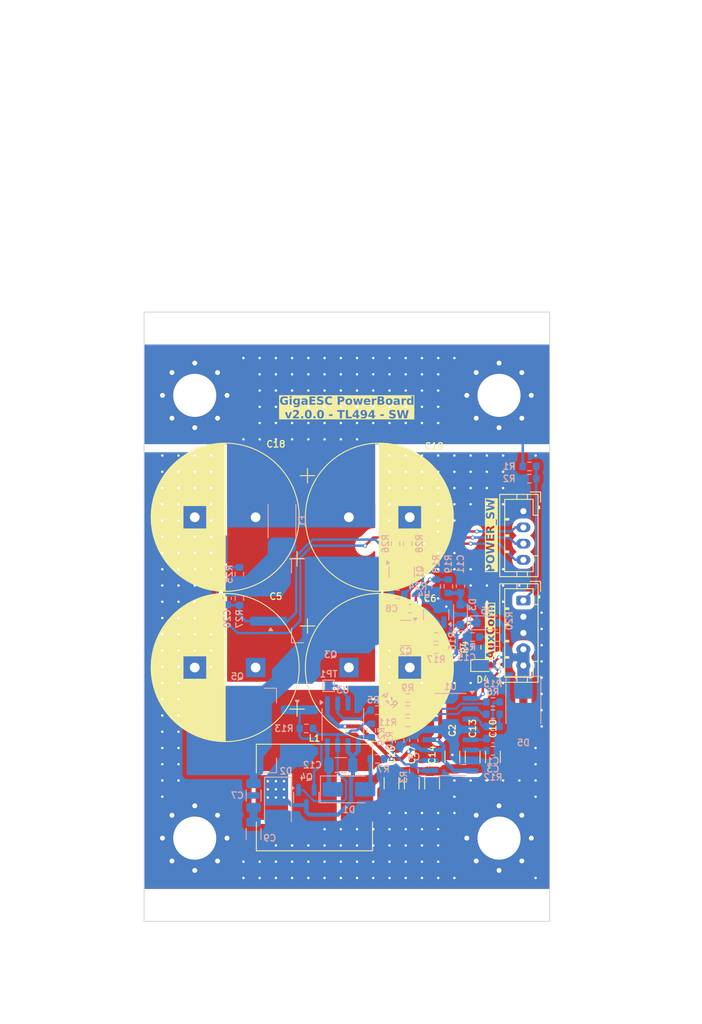
<source format=kicad_pcb>
(kicad_pcb (version 20240108) (generator "pcbnew") (generator_version "8.0")
  (title_block (comment 4 "AISLER Project ID: XWAALUFD"))
  (layers (0 "F.Cu" signal) (31 "B.Cu" signal) (34 "B.Paste" user) (35 "F.Paste" user) (36 "B.SilkS" user "B.Silkscreen") (37 "F.SilkS" user "F.Silkscreen") (38 "B.Mask" user) (39 "F.Mask" user) (44 "Edge.Cuts" user))
  (net 0 "")
  (net 1 "+BATT")
  (net 2 "-BATT")
  (net 3 "+12V")
  (net 4 "Net-(C7-Pad2)")
  (net 5 "IN_V")
  (net 6 "Net-(U1-E1)")
  (net 7 "Net-(U1-1IN-)")
  (net 8 "Net-(U3-IN)")
  (net 9 "Net-(U1-CT)")
  (net 10 "BOOTSTRAP")
  (net 11 "Net-(D1-K)")
  (net 12 "Net-(D1-A)")
  (net 13 "Net-(D2-K)")
  (net 14 "Net-(U1-FB)")
  (net 15 "Net-(Q2-G)")
  (net 16 "Net-(Q2-S)")
  (net 17 "Net-(D4-K)")
  (net 18 "Net-(U1-2IN+)")
  (net 19 "Net-(U1-RT)")
  (net 20 "Net-(R10-Pad1)")
  (net 21 "Net-(U1-REF)")
  (net 22 "Net-(U1-2IN-)")
  (net 23 "VFB")
  (net 24 "Net-(U3-FAULT)")
  (net 25 "Net-(D3-K)")
  (net 26 "Net-(U4-R)")
  (net 27 "Net-(C1-Pad1)")
  (net 28 "+VSW")
  (net 29 "Net-(Q3-S)")
  (net 30 "Net-(Q1-C)")
  (net 31 "Net-(J2-Pin_2)")
  (net 32 "Net-(J2-Pin_3)")
  (net 33 "Net-(J2-Pin_4)")
  (net 34 "Net-(Q1-E)")
  (net 35 "Net-(Q4-B)")
  (net 36 "Net-(Q4-E)")
  (footprint "MountingHole:MountingHole_5.3mm_M5_Pad_Via" (layer "F.Cu") (at 93.75 139.75)
    (property "Reference" "H3" (hide yes))
    (property "Value" "MountingHole_Pad")
  )
  (footprint "Capacitor_THT:CP_Radial_D18.0mm_P7.50mm" (layer "F.Cu") (at 63.75 118.75 180)
    (property "Reference" "C5")
    (property "Value" "330u 200V")
  )
  (footprint "Connector_JST:JST_PH_B5B-PH-K_1x05_P2.00mm_Vertical" (layer "F.Cu") (at 96.75 110.5 -90)
    (property "Reference" "J1" (hide yes))
    (property "Value" "AuxConn")
  )
  (footprint "Capacitor_THT:CP_Radial_D18.0mm_P7.50mm" (layer "F.Cu") (at 75.25 118.75)
    (property "Reference" "C6")
    (property "Value" "330u 200V")
  )
  (footprint "Inductor_SMD:L_Chilisin_BMRG00131360" (layer "F.Cu") (at 71 134.75)
    (property "Reference" "L1")
    (property "Value" "100uH")
  )
  (footprint "MountingHole:MountingHole_5.3mm_M5_Pad_Via" (layer "F.Cu") (at 56.25 85.25)
    (property "Reference" "H2" (hide yes))
    (property "Value" "MountingHole_Pad")
  )
  (footprint "Capacitor_SMD:C_1206_3216Metric" (layer "F.Cu") (at 85.5 133 -90)
    (property "Reference" "C14")
    (property "Value" "22u")
  )
  (footprint "Resistor_SMD:R_0603_1608Metric" (layer "F.Cu") (at 91 116.25 -90)
    (property "Reference" "R4")
    (property "Value" "82k")
  )
  (footprint "Connector_JST:JST_PH_B4B-PH-K_1x04_P2.00mm_Vertical" (layer "F.Cu") (at 96.75 99.5 -90)
    (property "Reference" "J2" (hide yes))
    (property "Value" "POWER_SW")
  )
  (footprint "Capacitor_SMD:C_1206_3216Metric" (layer "F.Cu") (at 93 129.75 90)
    (property "Reference" "C10")
    (property "Value" "22u")
  )
  (footprint "Capacitor_SMD:C_1206_3216Metric" (layer "F.Cu") (at 88 129.75 90)
    (property "Reference" "C2")
    (property "Value" "22u")
  )
  (footprint "MountingHole:MountingHole_5.3mm_M5_Pad_Via" (layer "F.Cu") (at 93.75 85.25)
    (property "Reference" "H4" (hide yes))
    (property "Value" "MountingHole_Pad")
  )
  (footprint "Diode_SMD:D_0603_1608Metric" (layer "F.Cu") (at 91.75 118.5)
    (property "Reference" "D4")
    (property "Value" "RUN")
  )
  (footprint "Capacitor_SMD:C_1206_3216Metric" (layer "F.Cu") (at 83 133 -90)
    (property "Reference" "C17")
    (property "Value" "22u")
  )
  (footprint "Capacitor_SMD:C_1206_3216Metric" (layer "F.Cu") (at 80.5 133 -90)
    (property "Reference" "C16")
    (property "Value" "22u")
  )
  (footprint "Capacitor_THT:CP_Radial_D18.0mm_P7.50mm" (layer "F.Cu") (at 75.25 100.25)
    (property "Reference" "C19")
    (property "Value" "330u 200V")
  )
  (footprint "Capacitor_THT:CP_Radial_D18.0mm_P7.50mm" (layer "F.Cu") (at 63.75 100.25 180)
    (property "Reference" "C18")
    (property "Value" "330u 200V")
  )
  (footprint "Capacitor_SMD:C_1206_3216Metric" (layer "F.Cu") (at 90.5 129.75 90)
    (property "Reference" "C13")
    (property "Value" "22u")
  )
  (footprint "MountingHole:MountingHole_5.3mm_M5_Pad_Via" (layer "F.Cu") (at 56.25 139.75)
    (property "Reference" "H1" (hide yes))
    (property "Value" "MountingHole_Pad")
  )
  (footprint "Package_TO_SOT_SMD:SOT-23" (layer "B.Cu") (at 86 112.25 90)
    (property "Reference" "U4")
    (property "Value" "TL431")
  )
  (footprint "Resistor_SMD:R_0603_1608Metric" (layer "B.Cu") (at 82.5 124 180)
    (property "Reference" "R14")
    (property "Value" "200k")
  )
  (footprint "Resistor_SMD:R_0603_1608Metric" (layer "B.Cu") (at 61.75 110.25 -90)
    (property "Reference" "R27")
    (property "Value" "100k")
  )
  (footprint "Package_TO_SOT_SMD:SOT-23" (layer "B.Cu") (at 70 134.75 -90)
    (property "Reference" "Q4")
    (property "Value" "S9012 2T1")
  )
  (footprint "Resistor_SMD:R_0603_1608Metric" (layer "B.Cu") (at 86 108.75 90)
    (property "Reference" "R18")
    (property "Value" "10k")
  )
  (footprint "Resistor_SMD:R_0603_1608Metric" (layer "B.Cu") (at 82.5 122.5)
    (property "Reference" "R9")
    (property "Value" "100")
  )
  (footprint "Resistor_SMD:R_0603_1608Metric" (layer "B.Cu") (at 93.5 115)
    (property "Reference" "R20")
    (property "Value" "10k")
  )
  (footprint "Capacitor_SMD:C_1206_3216Metric" (layer "B.Cu") (at 63.5 139.25 -90)
    (property "Reference" "C9")
    (property "Value" "2.2u 100V")
  )
  (footprint "TestPoint:TestPoint_Pad_1.0x1.0mm" (layer "B.Cu") (at 72.75 121 180)
    (property "Reference" "TP1")
    (property "Value" "TestPoint" (hide yes))
  )
  (footprint "Resistor_SMD:R_0603_1608Metric" (layer "B.Cu") (at 86 116.5 180)
    (property "Reference" "R17")
    (property "Value" "100")
  )
  (footprint "Resistor_SMD:R_0603_1608Metric" (layer "B.Cu") (at 93 123 180)
    (property "Reference" "R15")
    (property "Value" "10k")
  )
  (footprint "Capacitor_SMD:C_1206_3216Metric" (layer "B.Cu") (at 63.5 134.5 -90)
    (property "Reference" "C7")
    (property "Value" "2.2u 100V")
  )
  (footprint "Package_SO:SO-8_3.9x4.9mm_P1.27mm" (layer "B.Cu") (at 74.5 125.75 -90)
    (property "Reference" "U3")
    (property "Value" "IRS21271")
  )
  (footprint "Resistor_SMD:R_0603_1608Metric" (layer "B.Cu") (at 81.5 127.75 -90)
    (property "Reference" "R10")
    (property "Value" "5.1k")
  )
  (footprint "Resistor_SMD:R_0603_1608Metric" (layer "B.Cu") (at 93 124.5)
    (property "Reference" "R6")
    (property "Value" "2k")
  )
  (footprint "Package_TO_SOT_SMD:SOT-23" (layer "B.Cu") (at 81.75 107 -90)
    (property "Reference" "Q1")
    (property "Value" "MMBTA42")
  )
  (footprint "Diode_SMD:D_SOD-323_HandSoldering" (layer "B.Cu") (at 89 112.25 90)
    (property "Reference" "D3")
    (property "Value" "BZT52C5V1S")
  )
  (footprint "Resistor_SMD:R_0603_1608Metric" (layer "B.Cu") (at 82.5 125.5 180)
    (property "Reference" "R11")
    (property "Value" "5.1k")
  )
  (footprint "Diode_SMD:D_SOD-323_HandSoldering" (layer "B.Cu") (at 92.25 113.25)
    (property "Reference" "D6")
    (property "Value" "1N5819WS")
  )
  (footprint "Resistor_SMD:R_0603_1608Metric" (layer "B.Cu") (at 70 126.25 180)
    (property "Reference" "R13")
    (property "Value" "22")
  )
  (footprint "Capacitor_SMD:C_0603_1608Metric" (layer "B.Cu") (at 93 127.5)
    (property "Reference" "C3")
    (property "Value" "1n")
  )
  (footprint "Resistor_SMD:R_0603_1608Metric" (layer "B.Cu") (at 97.5 94)
    (property "Reference" "R1")
    (property "Value" "150k")
  )
  (footprint "Resistor_SMD:R_0603_1608Metric" (layer "B.Cu") (at 97.5 95.5 180)
    (property "Reference" "R2")
    (property "Value" "2.7k")
  )
  (footprint "Resistor_SMD:R_0603_1608Metric" (layer "B.Cu") (at 93 129)
    (property "Reference" "R12")
    (property "Value" "5.1k")
  )
  (footprint "Resistor_SMD:R_0603_1608Metric" (layer "B.Cu") (at 81.25 109.75 180)
    (property "Reference" "R24")
    (property "Value" "100k")
  )
  (footprint "Capacitor_SMD:C_1210_3225Metric" (layer "B.Cu") (at 93.25 117.5 180)
    (property "Reference" "C15")
    (property "Value" "47u 16V")
  )
  (footprint "Resistor_SMD:R_0603_1608Metric" (layer "B.Cu") (at 78.75 124)
    (property "Reference" "R5")
    (property "Value" "100")
  )
  (footprint "Resistor_SMD:R_0603_1608Metric" (layer "B.Cu") (at 61.75 107.25 90)
    (property "Reference" "R25")
    (property "Value" "200k")
  )
  (footprint "Package_TO_SOT_SMD:TO-263-2" (layer "B.Cu") (at 73 110.5)
    (property "Reference" "Q3")
    (property "Value" "IRF9640SPBF")
  )
  (footprint "Diode_SMD:D_SMA" (layer "B.Cu") (at 75.25 133.75)
    (property "Reference" "D1")
    (property "Value" "SS520F")
  )
  (footprint "Resistor_SMD:R_0603_1608Metric" (layer "B.Cu") (at 90.5 115)
    (property "Reference" "R21")
    (property "Value" "2.7k")
  )
  (footprint "Resistor_SMD:R_0603_1608Metric" (layer "B.Cu") (at 86 115 180)
    (property "Reference" "R16")
    (property "Value" "10k")
  )
  (footprint "Capacitor_SMD:C_0603_1608Metric" (layer "B.Cu") (at 83.25 127.75 90)
    (property "Reference" "C4")
    (property "Value" "100n")
  )
  (footprint "Capacitor_SMD:C_0603_1608Metric" (layer "B.Cu") (at 60.25 110.25 -90)
    (property "Reference" "C20")
    (property "Value" "100n")
  )
  (footprint "Package_TO_SOT_SMD:SOT-23" (layer "B.Cu") (at 82.25 114.5 180)
    (property "Reference" "Q2")
    (property "Value" "BSS126")
  )
  (footprint "Resistor_SMD:R_0603_1608Metric" (layer "B.Cu") (at 82.5 103.5 90)
    (property "Reference" "R28")
    (property "Value" "27k")
  )
  (footprint "Resistor_SMD:R_0603_1608Metric" (layer "B.Cu") (at 78.75 130 180)
    (property "Reference" "R7")
    (property "Value" "22")
  )
  (footprint "Resistor_SMD:R_0603_1608Metric" (layer "B.Cu") (at 87.5 108.75 -90)
    (property "Reference" "R19")
    (property "Value" "30k")
  )
  (footprint "Resistor_SMD:R_0603_1608Metric" (layer "B.Cu") (at 78 126.5 90)
    (property "Reference" "R29")
    (property "Value" "1k")
  )
  (footprint "Diode_SMD:D_SMB" (layer "B.Cu") (at 96.75 123.5 -90)
    (property "Reference" "D5")
    (property "Value" "3SMB5928B")
  )
  (footprint "Package_TO_SOT_SMD:TO-263-2" (layer "B.Cu") (at 61.5 126.5 180)
    (property "Reference" "Q5")
    (property "Value" "IRFS4227TRLPBF")
  )
  (footprint "Fuse:Fuse_2512_6332Metric_Pad1.52x3.35mm_HandSolder" (layer "B.Cu") (at 67 100.75 -90)
    (property "Reference" "F1")
    (property "Value" "Fuse")
  )
  (footprint "Capacitor_SMD:C_1206_3216Metric" (layer "B.Cu") (at 74.25 130.75)
    (property "Reference" "C12")
    (property "Value" "220n")
  )
  (footprint "Resistor_SMD:R_0603_1608Metric" (layer "B.Cu") (at 81 103.5 90)
    (property "Reference" "R26")
    (property "Value" "20k")
  )
  (footprint "Package_SO:SOIC-16_3.9x9.9mm_P1.27mm" (layer "B.Cu") (at 87.75 127 180)
    (property "Reference" "U1")
    (property "Value" "TL494")
  )
  (footprint "Diode_SMD:D_SMA" (layer "B.Cu") (at 66.5 135.75 -90)
    (property "Reference" "D2")
    (property "Value" "SS520F")
  )
  (footprint "Resistor_SMD:R_0603_1608Metric" (layer "B.Cu") (at 83.25 131.5 -90)
    (property "Reference" "R3")
    (property "Value" "10k")
  )
  (footprint "Capacitor_SMD:C_0603_1608Metric" (layer "B.Cu") (at 93 126 180)
    (property "Reference" "C1")
    (property "Value" "100n")
  )
  (footprint "Capacitor_SMD:C_0603_1608Metric" (layer "B.Cu") (at 82.75 111.5)
    (property "Reference" "C8")
    (property "Value" "1n")
  )
  (footprint "Capacitor_SMD:C_0603_1608Metric" (layer "B.Cu") (at 89 108.75 90)
    (property "Reference" "C11")
    (property "Value" "1u")
  )
  (gr_rect (start 50 75) (end 100 150) (stroke (width 0.1)) (fill none) (layer "Edge.Cuts"))
  (gr_text "GigaESC PowerBoard\nv2.0.0 - TL494 - SW" (at 75 88.25 0) (layer "F.SilkS" knockout) (effects (font (size 1 1) (thickness 0.2) (bold yes)) (justify bottom)))
  (via (at 64.25 90.655) (size 0.5) (drill 0.3) (layers "F.Cu" "B.Cu") (net 1))
  (via (at 70.25 84.655) (size 0.5) (drill 0.3) (layers "F.Cu" "B.Cu") (net 1))
  (via (at 86.25 88.655) (size 0.5) (drill 0.3) (layers "F.Cu" "B.Cu") (net 1))
  (via (at 64.25 80.655) (size 0.5) (drill 0.3) (layers "F.Cu" "B.Cu") (net 1))
  (via (at 88.25 80.655) (size 0.5) (drill 0.3) (layers "F.Cu" "B.Cu") (net 1))
  (via (at 84.25 88.655) (size 0.5) (drill 0.3) (layers "F.Cu" "B.Cu") (net 1))
  (via (at 68.25 82.655) (size 0.5) (drill 0.3) (layers "F.Cu" "B.Cu") (net 1))
  (via (at 68.25 88.655) (size 0.5) (drill 0.3) (layers "F.Cu" "B.Cu") (net 1))
  (via (at 74.25 82.655) (size 0.5) (drill 0.3) (layers "F.Cu" "B.Cu") (net 1))
  (via (at 78.25 86.655) (size 0.5) (drill 0.3) (layers "F.Cu" "B.Cu") (net 1))
  (via (at 70.25 86.655) (size 0.5) (drill 0.3) (layers "F.Cu" "B.Cu") (net 1))
  (via (at 78.25 84.655) (size 0.5) (drill 0.3) (layers "F.Cu" "B.Cu") (net 1))
  (via (at 86.25 82.655) (size 0.5) (drill 0.3) (layers "F.Cu" "B.Cu") (net 1))
  (via (at 76.25 88.655) (size 0.5) (drill 0.3) (layers "F.Cu" "B.Cu") (net 1))
  (via (at 76.25 86.655) (size 0.5) (drill 0.3) (layers "F.Cu" "B.Cu") (net 1))
  (via (at 70.25 80.655) (size 0.5) (drill 0.3) (layers "F.Cu" "B.Cu") (net 1))
  (via (at 66.25 84.655) (size 0.5) (drill 0.3) (layers "F.Cu" "B.Cu") (net 1))
  (via (at 72.25 80.655) (size 0.5) (drill 0.3) (layers "F.Cu" "B.Cu") (net 1))
  (via (at 74.25 88.655) (size 0.5) (drill 0.3) (layers "F.Cu" "B.Cu") (net 1))
  (via (at 66.25 80.655) (size 0.5) (drill 0.3) (layers "F.Cu" "B.Cu") (net 1))
  (via (at 76.25 82.655) (size 0.5) (drill 0.3) (layers "F.Cu" "B.Cu") (net 1))
  (via (at 76.25 84.655) (size 0.5) (drill 0.3) (layers "F.Cu" "B.Cu") (net 1))
  (via (at 72.25 88.655) (size 0.5) (drill 0.3) (layers "F.Cu" "B.Cu") (net 1))
  (via (at 70.25 82.655) (size 0.5) (drill 0.3) (layers "F.Cu" "B.Cu") (net 1))
  (via (at 84.25 80.655) (size 0.5) (drill 0.3) (layers "F.Cu" "B.Cu") (net 1))
  (via (at 82.25 84.655) (size 0.5) (drill 0.3) (layers "F.Cu" "B.Cu") (net 1))
  (via (at 66.25 86.655) (size 0.5) (drill 0.3) (layers "F.Cu" "B.Cu") (net 1))
  (via (at 62.25 90.655) (size 0.5) (drill 0.3) (layers "F.Cu" "B.Cu") (net 1))
  (via (at 64.25 84.655) (size 0.5) (drill 0.3) (layers "F.Cu" "B.Cu") (net 1))
  (via (at 82.25 80.655) (size 0.5) (drill 0.3) (layers "F.Cu" "B.Cu") (net 1))
  (via (at 86.25 86.655) (size 0.5) (drill 0.3) (layers "F.Cu" "B.Cu") (net 1))
  (via (at 70.25 88.655) (size 0.5) (drill 0.3) (layers "F.Cu" "B.Cu") (net 1))
  (via (at 74.25 86.655) (size 0.5) (drill 0.3) (layers "F.Cu" "B.Cu") (net 1))
  (via (at 68.25 90.655) (size 0.5) (drill 0.3) (layers "F.Cu" "B.Cu") (net 1))
  (via (at 78.25 88.655) (size 0.5) (drill 0.3) (layers "F.Cu" "B.Cu") (net 1))
  (via (at 72.25 86.655) (size 0.5) (drill 0.3) (layers "F.Cu" "B.Cu") (net 1))
  (via (at 72.25 90.655) (size 0.5) (drill 0.3) (layers "F.Cu" "B.Cu") (net 1))
  (via (at 84.25 86.655) (size 0.5) (drill 0.3) (layers "F.Cu" "B.Cu") (net 1))
  (via (at 80.25 88.655) (size 0.5) (drill 0.3) (layers "F.Cu" "B.Cu") (net 1))
  (via (at 74.25 90.655) (size 0.5) (drill 0.3) (layers "F.Cu" "B.Cu") (net 1))
  (via (at 68.25 86.655) (size 0.5) (drill 0.3) (layers "F.Cu" "B.Cu") (net 1))
  (via (at 84.25 84.655) (size 0.5) (drill 0.3) (layers "F.Cu" "B.Cu") (net 1))
  (via (at 68.25 80.655) (size 0.5) (drill 0.3) (layers "F.Cu" "B.Cu") (net 1))
  (via (at 72.25 82.655) (size 0.5) (drill 0.3) (layers "F.Cu" "B.Cu") (net 1))
  (via (at 74.25 80.655) (size 0.5) (drill 0.3) (layers "F.Cu" "B.Cu") (net 1))
  (via (at 70.25 90.655) (size 0.5) (drill 0.3) (layers "F.Cu" "B.Cu") (net 1))
  (via (at 64.25 82.655) (size 0.5) (drill 0.3) (layers "F.Cu" "B.Cu") (net 1))
  (via (at 80.25 84.655) (size 0.5) (drill 0.3) (layers "F.Cu" "B.Cu") (net 1))
  (via (at 78.25 82.655) (size 0.5) (drill 0.3) (layers "F.Cu" "B.Cu") (net 1))
  (via (at 86.25 80.655) (size 0.5) (drill 0.3) (layers "F.Cu" "B.Cu") (net 1))
  (via (at 82.25 86.655) (size 0.5) (drill 0.3) (layers "F.Cu" "B.Cu") (net 1))
  (via (at 74.25 84.655) (size 0.5) (drill 0.3) (layers "F.Cu" "B.Cu") (net 1))
  (via (at 80.25 80.655) (size 0.5) (drill 0.3) (layers "F.Cu" "B.Cu") (net 1))
  (via (at 64.25 88.655) (size 0.5) (drill 0.3) (layers "F.Cu" "B.Cu") (net 1))
  (via (at 80.25 82.655) (size 0.5) (drill 0.3) (layers "F.Cu" "B.Cu") (net 1))
  (via (at 82.25 82.655) (size 0.5) (drill 0.3) (layers "F.Cu" "B.Cu") (net 1))
  (via (at 66.25 88.655) (size 0.5) (drill 0.3) (layers "F.Cu" "B.Cu") (net 1))
  (via (at 86.25 84.655) (size 0.5) (drill 0.3) (layers "F.Cu" "B.Cu") (net 1))
  (via (at 64.25 86.655) (size 0.5) (drill 0.3) (layers "F.Cu" "B.Cu") (net 1))
  (via (at 68.25 84.655) (size 0.5) (drill 0.3) (layers "F.Cu" "B.Cu") (net 1))
  (via (at 66.25 90.655) (size 0.5) (drill 0.3) (layers "F.Cu" "B.Cu") (net 1))
  (via (at 62.25 80.655) (size 0.5) (drill 0.3) (layers "F.Cu" "B.Cu") (net 1))
  (via (at 66.25 82.655) (size 0.5) (drill 0.3) (layers "F.Cu" "B.Cu") (net 1))
  (via (at 84.25 82.655) (size 0.5) (drill 0.3) (layers "F.Cu" "B.Cu") (net 1))
  (via (at 72.25 84.655) (size 0.5) (drill 0.3) (layers "F.Cu" "B.Cu") (net 1))
  (via (at 76.25 80.655) (size 0.5) (drill 0.3) (layers "F.Cu" "B.Cu") (net 1))
  (via (at 82.25 88.655) (size 0.5) (drill 0.3) (layers "F.Cu" "B.Cu") (net 1))
  (via (at 80.25 86.655) (size 0.5) (drill 0.3) (layers "F.Cu" "B.Cu") (net 1))
  (via (at 78.25 80.655) (size 0.5) (drill 0.3) (layers "F.Cu" "B.Cu") (net 1))
  (via (at 76.25 90.655) (size 0.5) (drill 0.3) (layers "F.Cu" "B.Cu") (net 1))
  (segment (start 96.675 90.675) (end 96.5 90.5) (width 0.3) (layer "B.Cu") (net 1))
  (segment (start 96.675 94) (end 96.675 90.675) (width 0.3) (layer "B.Cu") (net 1))
  (via (at 54.25 94.655) (size 0.5) (drill 0.3) (layers "F.Cu" "B.Cu") (net 2))
  (via (at 82.25 144.655) (size 0.5) (drill 0.3) (layers "F.Cu" "B.Cu") (net 2))
  (via (at 80.25 122.655) (size 0.5) (drill 0.3) (layers "F.Cu" "B.Cu") (net 2))
  (via (at 80.25 92.655) (size 0.5) (drill 0.3) (layers "F.Cu" "B.Cu") (net 2))
  (via (at 72.25 144.655) (size 0.5) (drill 0.3) (layers "F.Cu" "B.Cu") (net 2))
  (via (at 66.25 144.655) (size 0.5) (drill 0.3) (layers "F.Cu" "B.Cu") (net 2))
  (via (at 52.25 94.655) (size 0.5) (drill 0.3) (layers "F.Cu" "B.Cu") (net 2))
  (via (at 54.25 106.655) (size 0.5) (drill 0.3) (layers "F.Cu" "B.Cu") (net 2))
  (via (at 56.25 112.655) (size 0.5) (drill 0.3) (layers "F.Cu" "B.Cu") (net 2))
  (via (at 90.25 108.655) (size 0.5) (drill 0.3) (layers "F.Cu" "B.Cu") (net 2))
  (via (at 84.25 92.655) (size 0.5) (drill 0.3) (layers "F.Cu" "B.Cu") (net 2))
  (via (at 52.25 96.655) (size 0.5) (drill 0.3) (layers "F.Cu" "B.Cu") (net 2))
  (via (at 52.25 100.655) (size 0.5) (drill 0.3) (layers "F.Cu" "B.Cu") (net 2))
  (via (at 78.25 142.655) (size 0.5) (drill 0.3) (layers "F.Cu" "B.Cu") (net 2))
  (via (at 56.25 108.655) (size 0.5) (drill 0.3) (layers "F.Cu" "B.Cu") (net 2))
  (via (at 94.25 132.655) (size 0.5) (drill 0.3) (layers "F.Cu" "B.Cu") (net 2))
  (via (at 84.75 110.5) (size 0.5) (drill 0.3) (layers "F.Cu" "B.Cu") (net 2))
  (via (at 90.25 96.655) (size 0.5) (drill 0.3) (layers "F.Cu" "B.Cu") (net 2))
  (via (at 62.25 144.655) (size 0.5) (drill 0.3) (layers "F.Cu" "B.Cu") (net 2))
  (via (at 90.25 120.655) (size 0.5) (drill 0.3) (layers "F.Cu" "B.Cu") (net 2))
  (via (at 87.25 111.25) (size 0.5) (drill 0.3) (layers "F.Cu" "B.Cu") (net 2))
  (via (at 54.25 126.655) (size 0.5) (drill 0.3) (layers "F.Cu" "B.Cu") (net 2))
  (via (at 68.25 144.655) (size 0.5) (drill 0.3) (layers "F.Cu" "B.Cu") (net 2))
  (via (at 56.25 92.655) (size 0.5) (drill 0.3) (layers "F.Cu" "B.Cu") (net 2))
  (via (at 56.25 106.655) (size 0.5) (drill 0.3) (layers "F.Cu" "B.Cu") (net 2))
  (via (at 76.25 138.655) (size 0.5) (drill 0.3) (layers "F.Cu" "B.Cu") (net 2))
  (via (at 82.25 140.655) (size 0.5) (drill 0.3) (layers "F.Cu" "B.Cu") (net 2))
  (via (at 78.25 122.655) (size 0.5) (drill 0.3) (layers "F.Cu" "B.Cu") (net 2))
  (via (at 80.25 120.655) (size 0.5) (drill 0.3) (layers "F.Cu" "B.Cu") (net 2))
  (via (at 82.25 94.655) (size 0.5) (drill 0.3) (layers "F.Cu" "B.Cu") (net 2))
  (via (at 94.25 108.655) (size 0.5) (drill 0.3) (layers "F.Cu" "B.Cu") (net 2))
  (via (at 86.25 138.655) (size 0.5) (drill 0.3) (layers "F.Cu" "B.Cu") (net 2))
  (via (at 72.25 140.655) (size 0.5) (drill 0.3) (layers "F.Cu" "B.Cu") (net 2))
  (via (at 56.25 110.655) (size 0.5) (drill 0.3) (layers "F.Cu" "B.Cu") (net 2))
  (via (at 90.25 132.655) (size 0.5) (drill 0.3) (layers "F.Cu" "B.Cu") (net 2))
  (via (at 82.25 116.655) (size 0.5) (drill 0.3) (layers "F.Cu" "B.Cu") (net 2))
  (via (at 96.25 132.655) (size 0.5) (drill 0.3) (layers "F.Cu" "B.Cu") (net 2))
  (via (at 64.25 142.655) (size 0.5) (drill 0.3) (layers "F.Cu" "B.Cu") (net 2))
  (via (at 70.25 142.655) (size 0.5) (drill 0.3) (layers "F.Cu" "B.Cu") (net 2))
  (via (at 78.25 140.655) (size 0.5) (drill 0.3) (layers "F.Cu" "B.Cu") (net 2))
  (via (at 54.25 96.655) (size 0.5) (drill 0.3) (layers "F.Cu" "B.Cu") (net 2))
  (via (at 88.25 104.655) (size 0.5) (drill 0.3) (layers "F.Cu" "B.Cu") (net 2))
  (via (at 92.25 110.655) (size 0.5) (drill 0.3) (layers "F.Cu" "B.Cu") (net 2))
  (via (at 52.25 120.655) (size 0.5) (drill 0.3) (layers "F.Cu" "B.Cu") (net 2))
  (via (at 86.25 136.655) (size 0.5) (drill 0.3) (layers "F.Cu" "B.Cu") (net 2))
  (via (at 54.25 122.655) (size 0.5) (drill 0.3) (layers "F.Cu" "B.Cu") (net 2))
  (via (at 58.25 98.655) (size 0.5) (drill 0.3) (layers "F.Cu" "B.Cu") (net 2))
  (via (at 58.25 94.655) (size 0.5) (drill 0.3) (layers "F.Cu" "B.Cu") (net 2))
  (via (at 80.25 118.655) (size 0.5) (drill 0.3) (layers "F.Cu" "B.Cu") (net 2))
  (via (at 74.25 144.655) (size 0.5) (drill 0.3) (layers "F.Cu" "B.Cu") (net 2))
  (via (at 98.25 144.655) (size 0.5) (drill 0.3) (layers "F.Cu" "B.Cu") (net 2))
  (via (at 99 120) (size 0.5) (drill 0.3) (layers "F.Cu" "B.Cu") (net 2))
  (via (at 58.25 104.655) (size 0.5) (drill 0.3) (layers "F.Cu" "B.Cu") (net 2))
  (via (at 68.25 142.655) (size 0.5) (drill 0.3) (layers "F.Cu" "B.Cu") (net 2))
  (via (at 80.25 140.655) (size 0.5) (drill 0.3) (layers "F.Cu" "B.Cu") (net 2))
  (via (at 54.25 114.655) (size 0.5) (drill 0.3) (layers "F.Cu" "B.Cu") (net 2))
  (via (at 92.25 98.655) (size 0.5) (drill 0.3) (layers "F.Cu" "B.Cu") (net 2))
  (via (at 76.25 144.655) (size 0.5) (drill 0.3) (layers "F.Cu" "B.Cu") (net 2))
  (via (at 76.25 142.655) (size 0.5) (drill 0.3) (layers "F.Cu" "B.Cu") (net 2))
  (via (at 54.25 100.655) (size 0.5) (drill 0.3) (layers "F.Cu" "B.Cu") (net 2))
  (via (at 54.25 130.655) (size 0.5) (drill 0.3) (layers "F.Cu" "B.Cu") (net 2))
  (via (at 99 112) (size 0.5) (drill 0.3) (layers "F.Cu" "B.Cu") (net 2))
  (via (at 86.25 144.655) (size 0.5) (drill 0.3) (layers "F.Cu" "B.Cu") (net 2))
  (via (at 80.25 98.655) (size 0.5) (drill 0.3) (layers "F.Cu" "B.Cu") (net 2))
  (via (at 84.25 140.655) (size 0.5) (drill 0.3) (layers "F.Cu" "B.Cu") (net 2))
  (via (at 82.25 138.655) (size 0.5) (drill 0.3) (layers "F.Cu" "B.Cu") (net 2))
  (via (at 80.25 138.655) (size 0.5) (drill 0.3) (layers "F.Cu" "B.Cu") (net 2))
  (via (at 92.25 94.655) (size 0.5) (drill 0.3) (layers "F.Cu" "B.Cu") (net 2))
  (via (at 84.25 96.655) (size 0.5) (drill 0.3) (layers "F.Cu" "B.Cu") (net 2))
  (via (at 80.25 96.655) (size 0.5) (drill 0.3) (layers "F.Cu" "B.Cu") (net 2))
  (via (at 99 114) (size 0.5) (drill 0.3) (layers "F.Cu" "B.Cu") (net 2))
  (via (at 80.25 142.655) (size 0.5) (drill 0.3) (layers "F.Cu" "B.Cu") (net 2))
  (via (at 52.25 124.655) (size 0.5) (drill 0.3) (layers "F.Cu" "B.Cu") (net 2))
  (via (at 66.25 140.655) (size 0.5) (drill 0.3) (layers "F.Cu" "B.Cu") (net 2))
  (via (at 74.25 142.655) (size 0.5) (drill 0.3) (layers "F.Cu" "B.Cu") (net 2))
  (via (at 58.25 92.655) (size 0.5) (drill 0.3) (layers "F.Cu" "B.Cu") (net 2))
  (via (at 54.25 112.655) (size 0.5) (drill 0.3) (layers "F.Cu" "B.Cu") (net 2))
  (via (at 58.25 106.655) (size 0.5) (drill 0.3) (layers "F.Cu" "B.Cu") (net 2))
  (via (at 58.25 118.655) (size 0.5) (drill 0.3) (layers "F.Cu" "B.Cu") (net 2))
  (via (at 54.25 102.655) (size 0.5) (drill 0.3) (layers "F.Cu" "B.Cu") (net 2))
  (via (at 88.25 106.655) (size 0.5) (drill 0.3) (layers "F.Cu" "B.Cu") (net 2))
  (via (at 56.25 102.655) (size 0.5) (drill 0.3) (layers "F.Cu" "B.Cu") (net 2))
  (via (at 98.25 92.655) (size 0.5) (drill 0.3) (layers "F.Cu" "B.Cu") (net 2))
  (via (at 94.25 92.655) (size 0.5) (drill 0.3) (layers "F.Cu" "B.Cu") (net 2))
  (via (at 94.25 98.655) (size 0.5) (drill 0.3) (layers "F.Cu" "B.Cu") (net 2))
  (via (at 94.25 106.655) (size 0.5) (drill 0.3) (layers "F.Cu" "B.Cu") (net 2))
  (via (at 58.25 116.655) (size 0.5) (drill 0.3) (layers "F.Cu" "B.Cu") (net 2))
  (via (at 86.25 106.655) (size 0.5) (drill 0.3) (layers "F.Cu" "B.Cu") (net 2))
  (via (at 92.25 96.655) (size 0.5) (drill 0.3) (layers "F.Cu" "B.Cu") (net 2))
  (via (at 82.25 136.655) (size 0.5) (drill 0.3) (layers "F.Cu" "B.Cu") (net 2))
  (via (at 88.25 132.655) (size 0.5) (drill 0.3) (layers "F.Cu" "B.Cu") (net 2))
  (via (at 54.25 132.655) (size 0.5) (drill 0.3) (layers "F.Cu" "B.Cu") (net 2))
  (via (at 54.25 128.655) (size 0.5) (drill 0.3) (layers "F.Cu" "B.Cu") (net 2))
  (via (at 62.25 142.655) (size 0.5) (drill 0.3) (layers "F.Cu" "B.Cu") (net 2))
  (via (at 80.25 136.655) (size 0.5) (drill 0.3) (layers "F.Cu" "B.Cu") (net 2))
  (via (at 64.25 144.655) (size 0.5) (drill 0.3) (layers "F.Cu" "B.Cu") (net 2))
  (via (at 86.25 100.655) (size 0.5) (drill 0.3) (layers "F.Cu" "B.Cu") (net 2))
  (via (at 58.25 114.655) (size 0.5) (drill 0.3) (layers "F.Cu" "B.Cu") (net 2))
  (via (at 76.25 140.655) (size 0.5) (drill 0.3) (layers "F.Cu" "B.Cu") (net 2))
  (via (at 56.25 96.655) (size 0.5) (drill 0.3) (layers "F.Cu" "B.Cu") (net 2))
  (via (at 90.25 106.655) (size 0.5) (drill 0.3) (layers "F.Cu" "B.Cu") (net 2))
  (via (at 88.25 100.655) (size 0.5) (drill 0.3) (layers "F.Cu" "B.Cu") (net 2))
  (via (at 94.25 110.655) (size 0.5) (drill 0.3) (layers "F.Cu" "B.Cu") (net 2))
  (via (at 72.25 142.655) (size 0.5) (drill 0.3) (layers "F.Cu" "B.Cu") (net 2))
  (via (at 84.25 142.655) (size 0.5) (drill 0.3) (layers "F.Cu" "B.Cu") (net 2))
  (via (at 98.25 134.655) (size 0.5) (drill 0.3) (layers "F.Cu" "B.Cu") (net 2))
  (via (at 82.25 92.655) (size 0.5) (drill 0.3) (layers "F.Cu" "B.Cu") (net 2))
  (via (at 58.25 96.655) (size 0.5) (drill 0.3) (layers "F.Cu" "B.Cu") (net 2))
  (via (at 54.25 110.655) (size 0.5) (drill 0.3) (layers "F.Cu" "B.Cu") (net 2))
  (via (at 70.25 140.655) (size 0.5) (drill 0.3) (layers "F.Cu" "B.Cu") (net 2))
  (via (at 86.25 92.655) (size 0.5) (drill 0.3) (layers "F.Cu" "B.Cu") (net 2))
  (via (at 98.25 132.655) (size 0.5) (drill 0.3) (layers "F.Cu" "B.Cu") (net 2))
  (via (at 54.25 124.655) (size 0.5) (drill 0.3) (layers "F.Cu" "B.Cu") (net 2))
  (via (at 58.25 100.655) (size 0.5) (drill 0.3) (layers "F.Cu" "B.Cu") (net 2))
  (via (at 52.25 112.655) (size 0.5) (drill 0.3) (layers "F.Cu" "B.Cu") (net 2))
  (via (at 98.25 130.655) (size 0.5) (drill 0.3) (layers "F.Cu" "B.Cu") (net 2))
  (via (at 52.25 118.655) (size 0.5) (drill 0.3) (layers "F.Cu" "B.Cu") (net 2))
  (via (at 70.25 144.655) (size 0.5) (drill 0.3) (layers "F.Cu" "B.Cu") (net 2))
  (via (at 84.25 120.655) (size 0.5) (drill 0.3) (layers "F.Cu" "B.Cu") (net 2))
  (via (at 86.25 96.655) (size 0.5) (drill 0.3) (layers "F.Cu" "B.Cu") (net 2))
  (via (at 86.25 110.25) (size 0.5) (drill 0.3) (layers "F.Cu" "B.Cu") (net 2))
  (via (at 94.25 120.655) (size 0.5) (drill 0.3) (layers "F.Cu" "B.Cu") (net 2))
  (via (at 68.25 140.655) (size 0.5) (drill 0.3) (layers "F.Cu" "B.Cu") (net 2))
  (via (at 78.25 138.655) (size 0.5) (drill 0.3) (layers "F.Cu" "B.Cu") (net 2))
  (via (at 88.25 136.655) (size 0.5) (drill 0.3) (layers "F.Cu" "B.Cu") (net 2))
  (via (at 88.25 144.655) (size 0.5) (drill 0.3) (layers "F.Cu" "B.Cu") (net 2))
  (via (at 58.25 102.655) (size 0.5) (drill 0.3) (layers "F.Cu" "B.Cu") (net 2))
  (via (at 92.25 132.655) (size 0.5) (drill 0.3) (layers "F.Cu" "B.Cu") (net 2))
  (via (at 72.25 138.655) (size 0.5) (drill 0.3) (layers "F.Cu" "B.Cu") (net 2))
  (via (at 94.25 96.655) (size 0.5) (drill 0.3) (layers "F.Cu" "B.Cu") (net 2))
  (via (at 52.25 108.655) (size 0.5) (drill 0.3) (layers "F.Cu" "B.Cu") (net 2))
  (via (at 90.25 92.655) (size 0.5) (drill 0.3) (layers "F.Cu" "B.Cu") (net 2))
  (via (at 54.25 92.655) (size 0.5) (drill 0.3) (layers "F.Cu" "B.Cu") (net 2))
  (via (at 52.25 126.655) (size 0.5) (drill 0.3) (layers "F.Cu" "B.Cu") (net 2))
  (via (at 52.25 92.655) (size 0.5) (drill 0.3) (layers "F.Cu" "B.Cu") (net 2))
  (via (at 52.25 110.655) (size 0.5) (drill 0.3) (layers "F.Cu" "B.Cu") (net 2))
  (via (at 99 126) (size 0.5) (drill 0.3) (layers "F.Cu" "B.Cu") (net 2))
  (via (at 80.25 94.655) (size 0.5) (drill 0.3) (layers "F.Cu" "B.Cu") (net 2))
  (via (at 88.25 92.655) (size 0.5) (drill 0.3) (layers "F.Cu" "B.Cu") (net 2))
  (via (at 88.25 134.655) (size 0.5) (drill 0.3) (layers "F.Cu" "B.Cu") (net 2))
  (via (at 92.25 106.655) (size 0.5) (drill 0.3) (layers "F.Cu" "B.Cu") (net 2))
  (via (at 82.25 96.655) (size 0.5) (drill 0.3) (layers "F.Cu" "B.Cu") (net 2))
  (via (at 56.25 114.655) (size 0.5) (drill 0.3) (layers "F.Cu" "B.Cu") (net 2))
  (via (at 90.25 94.655) (size 0.5) (drill 0.3) (layers "F.Cu" "B.Cu") (net 2))
  (via (at 56.25 94.655) (size 0.5) (drill 0.3) (layers "F.Cu" "B.Cu") (net 2))
  (via (at 78.25 144.655) (size 0.5) (drill 0.3) (layers "F.Cu" "B.Cu") (net 2))
  (via (at 66.25 142.655) (size 0.5) (drill 0.3) (layers "F.Cu" "B.Cu") (net 2))
  (via (at 88 129.5) (size 0.5) (drill 0.3) (layers "F.Cu" "B.Cu") (net 2))
  (via (at 99 124) (size 0.5) (drill 0.3) (layers "F.Cu" "B.Cu") (net 2))
  (via (at 82.25 142.655) (size 0.5) (drill 0.3) (layers "F.Cu" "B.Cu") (net 2))
  (via (at 86.25 142.655) (size 0.5) (drill 0.3) (layers "F.Cu" "B.Cu") (net 2))
  (via (at 92.25 108.655) (size 0.5) (drill 0.3) (layers "F.Cu" "B.Cu") (net 2))
  (via (at 84.25 94.655) (size 0.5) (drill 0.3) (layers "F.Cu" "B.Cu") (net 2))
  (via (at 84.25 136.655) (size 0.5) (drill 0.3) (layers "F.Cu" "B.Cu") (net 2))
  (via (at 80.25 116.655) (size 0.5) (drill 0.3) (layers "F.Cu" "B.Cu") (net 2))
  (via (at 88.25 120.655) (size 0.5) (drill 0.3) (layers "F.Cu" "B.Cu") (net 2))
  (via (at 86.25 94.655) (size 0.5) (drill 0.3) (layers "F.Cu" "B.Cu") (net 2))
  (via (at 88.25 98.655) (size 0.5) (drill 0.3) (layers "F.Cu" "B.Cu") (net 2))
  (via (at 88.25 96.655) (size 0.5) (drill 0.3) (layers "F.Cu" "B.Cu") (net 2))
  (via (at 56.25 116.655) (size 0.5) (drill 0.3) (layers "F.Cu" "B.Cu") (net 2))
  (via (at 52.25 128.655) (size 0.5) (drill 0.3) (layers "F.Cu" "B.Cu") (net 2))
  (via (at 86.25 104.655) (size 0.5) (drill 0.3) (layers "F.Cu" "B.Cu") (net 2))
  (via (at 54.25 108.655) (size 0.5) (drill 0.3) (layers "F.Cu" "B.Cu") (net 2))
  (via (at 80.25 144.655) (size 0.5) (drill 0.3) (layers "F.Cu" "B.Cu") (net 2))
  (via (at 52.25 98.655) (size 0.5) (drill 0.3) (layers "F.Cu" "B.Cu") (net 2))
  (via (at 52.25 116.655) (size 0.5) (drill 0.3) (layers "F.Cu" "B.Cu") (net 2))
  (via (at 98.25 128.655) (size 0.5) (drill 0.3) (layers "F.Cu" "B.Cu") (net 2))
  (via (at 92.25 92.655) (size 0.5) (drill 0.3) (layers "F.Cu" "B.Cu") (net 2))
  (via (at 56.25 104.655) (size 0.5) (drill 0.3) (layers "F.Cu" "B.Cu") (net 2))
  (via (at 52.25 114.655) (size 0.5) (drill 0.3) (layers "F.Cu" "B.Cu") (net 2))
  (via (at 86.25 98.655) (size 0.5) (drill 0.3) (layers "F.Cu" "B.Cu") (net 2))
  (via (at 54.25 116.655) (size 0.5) (drill 0.3) (layers "F.Cu" "B.Cu") (net 2))
  (via (at 52.25 132.655) (size 0.5) (drill 0.3) (layers "F.Cu" "B.Cu") (net 2))
  (via (at 52.25 106.655) (size 0.5) (drill 0.3) (layers "F.Cu" "B.Cu") (net 2))
  (via (at 84.25 138.655) (size 0.5) (drill 0.3) (layers "F.Cu" "B.Cu") (net 2))
  (via (at 80.25 100.655) (size 0.5) (drill 0.3) (layers "F.Cu" "B.Cu") (net 2))
  (via (at 54.25 118.655) (size 0.5) (drill 0.3) (layers "F.Cu" "B.Cu") (net 2))
  (via (at 52.25 130.655) (size 0.5) (drill 0.3) (layers "F.Cu" "B.Cu") (net 2))
  (via (at 99 122) (size 0.5) (drill 0.3) (layers "F.Cu" "B.Cu") (net 2))
  (via (at 84.25 144.655) (size 0.5) (drill 0.3) (layers "F.Cu" "B.Cu") (net 2))
  (via (at 54.25 120.655) (size 0.5) (drill 0.3) (layers "F.Cu" "B.Cu") (net 2))
  (via (at 88.25 126.655) (size 0.5) (drill 0.3) (layers "F.Cu" "B.Cu") (net 2))
  (via (at 99 116) (size 0.5) (drill 0.3) (layers "F.Cu" "B.Cu") (net 2))
  (via (at 52.25 102.655) (size 0.5) (drill 0.3) (layers "F.Cu" "B.Cu") (net 2))
  (via (at 52.25 134.655) (size 0.5) (drill 0.3) (layers "F.Cu" "B.Cu") (net 2))
  (via (at 90.25 98.655) (size 0.5) (drill 0.3) (layers "F.Cu" "B.Cu") (net 2))
  (via (at 52.25 122.655) (size 0.5) (drill 0.3) (layers "F.Cu" "B.Cu") (net 2))
  (via (at 54.25 104.655) (size 0.5) (drill 0.3) (layers "F.Cu" "B.Cu") (net 2))
  (via (at 74.25 138.655) (size 0.5) (drill 0.3) (layers "F.Cu" "B.Cu") (net 2))
  (via (at 86.25 140.655) (size 0.5) (drill 0.3) (layers "F.Cu" "B.Cu") (net 2))
  (via (at 94.25 94.655) (size 0.5) (drill 0.3) (layers "F.Cu" "B.Cu") (net 2))
  (via (at 74.25 140.655) (size 0.5) (drill 0.3) (layers "F.Cu" "B.Cu") (net 2))
  (via (at 54.25 98.655) (size 0.5) (drill 0.3) (layers "F.Cu" "B.Cu") (net 2))
  (via (at 96.25 108.655) (size 0.5) (drill 0.3) (layers "F.Cu" "B.Cu") (net 2))
  (via (at 99 118) (size 0.5) (drill 0.3) (layers "F.Cu" "B.Cu") (net 2))
  (via (at 52.25 104.655) (size 0.5) (drill 0.3) (layers "F.Cu" "B.Cu") (net 2))
  (via (at 88.25 94.655) (size 0.5) (drill 0.3) (layers "F.Cu" "B.Cu") (net 2))
  (segment (start 94.025 131.225) (end 93 131.225) (width 1) (layer "F.Cu") (net 3))
  (segment (start 96.75 116.5) (end 96.75 118.5) (width 1) (layer "F.Cu") (net 3))
  (segment (start 79.475 131.525) (end 76.25 134.75) (width 1) (layer "F.Cu") (net 3))
  (segment (start 80.5 131.525) (end 85.5 131.525) (width 1) (layer "F.Cu") (net 3))
  (segment (start 92.5375 118.5) (end 93 118.5) (width 0.3) (layer "F.Cu") (net 3))
  (segment (start 96.75 128.5) (end 94.025 131.225) (width 1) (layer "F.Cu") (net 3))
  (segment (start 93.25 118) (end 93.75 117.5) (width 0.3) (layer "F.Cu") (net 3))
  (segment (start 80.5 131.525) (end 79.475 131.525) (width 1) (layer "F.Cu") (net 3))
  (segment (start 86.725 131.525) (end 85.5 131.525) (width 1) (layer "F.Cu") (net 3))
  (segment (start 90.5 131.225) (end 93 131.225) (width 1) (layer "F.Cu") (net 3))
  (segment (start 87.025 131.225) (end 86.725 131.525) (width 1) (layer "F.Cu") (net 3))
  (segment (start 90.5 131.225) (end 88 131.225) (width 1) (layer "F.Cu") (net 3))
  (segment (start 96.75 118.5) (end 96.75 128.5) (width 1) (layer "F.Cu") (net 3))
  (segment (start 93 118.5) (end 93.25 118.25) (width 0.3) (layer "F.Cu") (net 3))
  (segment (start 88 131.225) (end 87.025 131.225) (width 1) (layer "F.Cu") (net 3))
  (segment (start 93.25 118.25) (end 93.25 118) (width 0.3) (layer "F.Cu") (net 3))
  (via (at 93.75 117.5) (size 0.5) (drill 0.3) (layers "F.Cu" "B.Cu") (net 3))
  (segment (start 94.325 115) (end 94.325 115.575) (width 0.5) (layer "B.Cu") (net 3))
  (segment (start 96.75 117.5) (end 96.75 118.5) (width 1.5) (layer "B.Cu") (net 3))
  (segment (start 96.75 118.5) (end 96.75 121.35) (width 1.5) (layer "B.Cu") (net 3))
  (segment (start 94 113.25) (end 93.5 113.25) (width 0.5) (layer "B.Cu") (net 3))
  (segment (start 94.725 115.975) (end 94.725 117.5) (width 0.5) (layer "B.Cu") (net 3))
  (segment (start 96.75 116.5) (end 96.75 117.5) (width 1.5) (layer "B.Cu") (net 3))
  (segment (start 93.75 117.5) (end 94.725 117.5) (width 0.3) (layer "B.Cu") (net 3))
  (segment (start 94.725 117.5) (end 96.75 117.5) (width 1) (layer "B.Cu") (net 3))
  (segment (start 94.325 113.575) (end 94 113.25) (width 0.5) (layer "B.Cu") (net 3))
  (segment (start 94.325 115.575) (end 94.725 115.975) (width 0.5) (layer "B.Cu") (net 3))
  (segment (start 94.325 115) (end 94.325 113.575) (width 0.5) (layer "B.Cu") (net 3))
  (segment (start 63.5 135.975) (end 63.5 137.775) (width 1) (layer "B.Cu") (net 4))
  (segment (start 98.325 95.5) (end 98.325 108.925) (width 0.3) (layer "B.Cu") (net 5))
  (segment (start 98.325 108.925) (end 96.75 110.5) (width 0.3) (layer "B.Cu") (net 5))
  (segment (start 98.325 94) (end 98.325 95.5) (width 0.3) (layer "B.Cu") (net 5))
  (segment (start 83.75 130.175) (end 83.25 130.675) (width 0.3) (layer "B.Cu") (net 6))
  (segment (start 79.575 124) (end 80.5 124.925) (width 0.3) (layer "B.Cu") (net 6))
  (segment (start 83.945 131.445) (end 83.325 130.825) (width 0.3) (layer "B.Cu") (net 6))
  (segment (start 80.5 124.925) (end 80.5 129) (width 0.3) (layer "B.Cu") (net 6))
  (segment (start 82.175 130.675) (end 83.25 130.675) (width 0.3) (layer "B.Cu") (net 6))
  (segment (start 85.175 130.175) (end 83.75 130.175) (width 0.3) (layer "B.Cu") (net 6))
  (segment (start 80.5 129) (end 82.175 130.675) (width 0.3) (layer "B.Cu") (net 6))
  (segment (start 85.175 131.445) (end 83.945 131.445) (width 0.3) (layer "B.Cu") (net 6))
  (segment (start 91.075 123.825) (end 91.75 124.5) (width 0.3) (layer "B.Cu") (net 7))
  (segment (start 90.325 123.825) (end 91.075 123.825) (width 0.3) (layer "B.Cu") (net 7))
  (segment (start 84.22 124.47) (end 88.666396 124.47) (width 0.25) (layer "B.Cu") (net 7))
  (segment (start 83.75 124) (end 84.22 124.47) (width 0.25) (layer "B.Cu") (net 7))
  (segment (start 91.75 124.5) (end 92.175 124.5) (width 0.3) (layer "B.Cu") (net 7))
  (segment (start 88.666396 124.47) (end 89.311396 123.825) (width 0.25) (layer "B.Cu") (net 7))
  (segment (start 83.325 124) (end 83.75 124) (width 0.25) (layer "B.Cu") (net 7))
  (segment (start 89.311396 123.825) (end 90.325 123.825) (width 0.25) (layer "B.Cu") (net 7))
  (segment (start 73.865 124.365) (end 73.865 123.175) (width 0.3) (layer "B.Cu") (net 8))
  (segment (start 77.925 124) (end 77.75 124) (width 0.3) (layer "B.Cu") (net 8))
  (segment (start 76.75 125) (end 74.5 125) (width 0.3) (layer "B.Cu") (net 8))
  (segment (start 77.75 124) (end 76.75 125) (width 0.3) (layer "B.Cu") (net 8))
  (segment (start 74.5 125) (end 73.865 124.365) (width 0.3) (layer "B.Cu") (net 8))
  (segment (start 92.09 127.635) (end 92.225 127.5) (width 0.3) (layer "B.Cu") (net 9))
  (segment (start 90.325 127.635) (end 92.09 127.635) (width 0.3) (layer "B.Cu") (net 9))
  (segment (start 76.5 126) (end 80.5 130) (width 0.5) (layer "F.Cu") (net 10))
  (segment (start 86.5 119) (end 86.5 127.27) (width 0.5) (layer "F.Cu") (net 10))
  (segment (start 88.75 114.5) (end 90 113.25) (width 0.5) (layer "F.Cu") (net 10))
  (segment (start 88.25 117.25) (end 86.5 119) (width 0.5) (layer "F.Cu") (net 10))
  (segment (start 82.614461 129.109735) (end 81.724196 130) (width 0.5) (layer "F.Cu") (net 10))
  (segment (start 74.75 126) (end 76.5 126) (width 0.5) (layer "F.Cu") (net 10))
  (segment (start 86.5 127.27) (end 86.135 127.635) (width 0.5) (layer "F.Cu") (net 10))
  (segment (start 81.724196 130) (end 80.5 130) (width 0.5) (layer "F.Cu") (net 10))
  (via (at 80.5 130) (size 0.5) (drill 0.3) (layers "F.Cu" "B.Cu") (net 10))
  (via (at 82.614461 129.109735) (size 0.5) (drill 0.3) (layers "F.Cu" "B.Cu") (net 10))
  (via (at 86.135 127.635) (size 0.5) (drill 0.3) (layers "F.Cu" "B.Cu") (net 10))
  (via (at 88.25 117.25) (size 0.5) (drill 0.3) (layers "F.Cu" "B.Cu") (net 10))
  (via (at 90 113.25) (size 0.5) (drill 0.3) (layers "F.Cu" "B.Cu") (net 10))
  (via (at 88.75 114.5) (size 0.5) (drill 0.3) (layers "F.Cu" "B.Cu") (net 10))
  (via (at 74.75 126) (size 0.5) (drill 0.3) (layers "F.Cu" "B.Cu") (net 10))
  (segment (start 74.75 126) (end 74 126) (width 0.5) (layer "B.Cu") (net 10))
  (segment (start 86.905 130.155) (end 88.195 131.445) (width 0.5) (layer "B.Cu") (net 10))
  (segment (start 90 113.25) (end 91 113.25) (width 0.5) (layer "B.Cu") (net 10))
  (segment (start 86.905 128.405) (end 86.905 128.905) (width 0.5) (layer "B.Cu") (net 10))
  (segment (start 89 110.75) (end 89 109.525) (width 0.5) (layer "B.Cu") (net 10))
  (segment (start 82.614461 129.109735) (end 83.199196 128.525) (width 0.5) (layer "B.Cu") (net 10))
  (segment (start 83.775 128.525) (end 84.155 128.905) (width 0.5) (layer "B.Cu") (net 10))
  (segment (start 74 126) (end 72.595 124.595) (width 0.5) (layer "B.Cu") (net 10))
  (segment (start 91 113.25) (end 91 112.25) (width 0.5) (layer "B.Cu") (net 10))
  (segment (start 88.95 109.575) (end 89 109.525) (width 0.5) (layer "B.Cu") (net 10))
  (segment (start 89.75 111) (end 89 111) (width 0.5) (layer "B.Cu") (net 10))
  (segment (start 88.195 131.445) (end 90.325 131.445) (width 0.5) (layer "B.Cu") (net 10))
  (segment (start 87.5 109.575) (end 88.95 109.575) (width 0.5) (layer "B.Cu") (net 10))
  (segment (start 86.905 128.905) (end 86.905 130.155) (width 0.5) (layer "B.Cu") (net 10))
  (segment (start 88.25 117.25) (end 88.5 117) (width 0.5) (layer "B.Cu") (net 10))
  (segment (start 72.595 124.595) (end 72.595 123.175) (width 0.5) (layer "B.Cu") (net 10))
  (segment (start 88.5 114.75) (end 88.75 114.5) (width 0.5) (layer "B.Cu") (net 10))
  (segment (start 83.25 128.525) (end 83.775 128.525) (width 0.5) (layer "B.Cu") (net 10))
  (segment (start 91 112.25) (end 89.75 111) (width 0.5) (layer "B.Cu") (net 10))
  (segment (start 85.175 127.635) (end 86.135 127.635) (width 0.5) (layer "B.Cu") (net 10))
  (segment (start 80.5 130) (end 79.575 130) (width 0.5) (layer "B.Cu") (net 10))
  (segment (start 83.199196 128.525) (end 83.25 128.525) (width 0.5) (layer "B.Cu") (net 10))
  (segment (start 86.135 127.635) (end 86.905 128.405) (width 0.5) (layer "B.Cu") (net 10))
  (segment (start 85.175 128.905) (end 86.905 128.905) (width 0.5) (layer "B.Cu") (net 10))
  (segment (start 88.5 117) (end 88.5 114.75) (width 0.5) (layer "B.Cu") (net 10))
  (segment (start 84.155 128.905) (end 85.175 128.905) (width 0.5) (layer "B.Cu") (net 10))
  (segment (start 72.595 130.57) (end 72.775 130.75) (width 0.5) (layer "B.Cu") (net 11))
  (segment (start 72.775 130.75) (end 72.775 132.975) (width 0.5) (layer "B.Cu") (net 11))
  (segment (start 72.595 128.325) (end 72.595 130.57) (width 0.5) (layer "B.Cu") (net 11))
  (segment (start 77.925 130) (end 77.925 133.075) (width 0.5) (layer "B.Cu") (net 12))
  (segment (start 77.925 133.075) (end 77.25 133.75) (width 0.5) (layer "B.Cu") (net 12))
  (via (at 65.25 134.75) (size 0.5) (drill 0.3) (layers "F.Cu" "B.Cu") (net 13))
  (via (at 66.25 133.75) (size 0.5) (drill 0.3) (layers "F.Cu" "B.Cu") (net 13))
  (via (at 67.25 133.75) (size 0.5) (drill 0.3) (layers "F.Cu" "B.Cu") (net 13))
  (via (at 66.25 132.75) (size 0.5) (drill 0.3) (layers "F.Cu" "B.Cu") (net 13))
  (via (at 67.25 132.75) (size 0.5) (drill 0.3) (layers "F.Cu" "B.Cu") (net 13))
  (via (at 67.25 134.75) (size 0.5) (drill 0.3) (layers "F.Cu" "B.Cu") (net 13))
  (via (at 66.25 134.75) (size 0.5) (drill 0.3) (layers "F.Cu" "B.Cu") (net 13))
  (via (at 65.25 132.75) (size 0.5) (drill 0.3) (layers "F.Cu" "B.Cu") (net 13))
  (via (at 65.25 133.75) (size 0.5) (drill 0.3) (layers "F.Cu" "B.Cu") (net 13))
  (segment (start 70 136.5) (end 70 135.687501) (width 0.5) (layer "B.Cu") (net 13))
  (segment (start 75.5 132.260051) (end 75.5 135.25) (width 0.5) (layer "B.Cu") (net 13))
  (segment (start 76.405 129.045) (end 75.725 129.725) (width 0.5) (layer "B.Cu") (net 13))
  (segment (start 75.75 132.010051) (end 75.5 132.260051) (width 0.5) (layer "B.Cu") (net 13))
  (segment (start 75.75 130.775) (end 75.75 132.010051) (width 0.5) (layer "B.Cu") (net 13))
  (segment (start 75.5 135.25) (end 73.875 136.875) (width 0.5) (layer "B.Cu") (net 13))
  (segment (start 76.405 128.325) (end 76.405 129.045) (width 0.5) (layer "B.Cu") (net 13))
  (segment (start 68.187501 135.687501) (end 67.25 134.75) (width 0.5) (layer "B.Cu") (net 13))
  (segment (start 75.725 129.725) (end 75.725 130.75) (width 0.5) (layer "B.Cu") (net 13))
  (segment (start 75.135 128.325) (end 75.135 129.135) (width 0.5) (layer "B.Cu") (net 13))
  (segment (start 76.405 128.325) (end 76.405 127.595) (width 0.5) (layer "B.Cu") (net 13))
  (segment (start 75.725 130.75) (end 75.75 130.775) (width 0.5) (layer "B.Cu") (net 13))
  (segment (start 76.405 127.595) (end 76.675 127.325) (width 0.5) (layer "B.Cu") (net 13))
  (segment (start 76.675 127.325) (end 78 127.325) (width 0.5) (layer "B.Cu") (net 13))
  (segment (start 75.135 129.135) (end 75.725 129.725) (width 0.5) (layer "B.Cu") (net 13))
  (segment (start 70.375 136.875) (end 70 136.5) (width 0.5) (layer "B.Cu") (net 13))
  (segment (start 70 135.687501) (end 68.187501 135.687501) (width 0.5) (layer "B.Cu") (net 13))
  (segment (start 73.875 136.875) (end 70.375 136.875) (width 0.5) (layer "B.Cu") (net 13))
  (segment (start 91.75 126) (end 91.5 125.75) (width 0.3) (layer "B.Cu") (net 14))
  (segment (start 92.975 125.75) (end 92.975 123.275) (width 0.3) (layer "B.Cu") (net 14))
  (segment (start 92.725 126) (end 92.975 125.75) (width 0.3) (layer "B.Cu") (net 14))
  (segment (start 91.095 125.095) (end 91.5 125.5) (width 0.3) (layer "B.Cu") (net 14))
  (segment (start 91.5 125.75) (end 91.5 125.5) (width 0.3) (layer "B.Cu") (net 14))
  (segment (start 93.25 123) (end 93.825 123) (width 0.3) (layer "B.Cu") (net 14))
  (segment (start 90.325 125.095) (end 91.095 125.095) (width 0.3) (layer "B.Cu") (net 14))
  (segment (start 92.225 126) (end 92.725 126) (width 0.3) (layer "B.Cu") (net 14))
  (segment (start 92.975 123.275) (end 93.25 123) (width 0.3) (layer "B.Cu") (net 14))
  (segment (start 92.225 126) (end 91.75 126) (width 0.3) (layer "B.Cu") (net 14))
  (segment (start 84.6875 113.55) (end 85.05 113.1875) (width 0.3) (layer "B.Cu") (net 15))
  (segment (start 81.975 111.5) (end 82 111.525) (width 0.3) (layer "B.Cu") (net 15))
  (segment (start 82 111.525) (end 82 113.25) (width 0.3) (layer "B.Cu") (net 15))
  (segment (start 82 113.25) (end 82.3 113.55) (width 0.3) (layer "B.Cu") (net 15))
  (segment (start 82.3 113.55) (end 83.1875 113.55) (width 0.3) (layer "B.Cu") (net 15))
  (segment (start 85.05 114.875) (end 85.175 115) (width 0.3) (layer "B.Cu") (net 15))
  (segment (start 85.05 113.1875) (end 85.05 114.875) (width 0.3) (layer "B.Cu") (net 15))
  (segment (start 83.1875 113.55) (end 84.6875 113.55) (width 0.3) (layer "B.Cu") (net 15))
  (segment (start 84.5 116.25) (end 84.5 115.75) (width 0.3) (layer "B.Cu") (net 16))
  (segment (start 84.75 116.5) (end 84.5 116.25) (width 0.3) (layer "B.Cu") (net 16))
  (segment (start 85.175 116.5) (end 84.75 116.5) (width 0.3) (layer "B.Cu") (net 16))
  (segment (start 84.5 115.75) (end 84.2 115.45) (width 0.3) (layer "B.Cu") (net 16))
  (segment (start 84.2 115.45) (end 83.1875 115.45) (width 0.3) (layer "B.Cu") (net 16))
  (segment (start 91 118.4625) (end 90.9625 118.5) (width 0.3) (layer "F.Cu") (net 17))
  (segment (start 91 117.075) (end 91 118.4625) (width 0.3) (layer "F.Cu") (net 17))
  (segment (start 83.38 122.555) (end 83.325 122.5) (width 0.3) (layer "B.Cu") (net 18))
  (segment (start 85.175 122.555) (end 83.38 122.555) (width 0.3) (layer "B.Cu") (net 18))
  (segment (start 92.08 128.905) (end 92.175 129) (width 0.3) (layer "B.Cu") (net 19))
  (segment (start 90.325 128.905) (end 92.08 128.905) (width 0.3) (layer "B.Cu") (net 19))
  (segment (start 81.675 125.5) (end 81.675 126.75) (width 0.3) (layer "B.Cu") (net 20))
  (segment (start 81.675 124) (end 81.675 125.5) (width 0.3) (layer "B.Cu") (net 20))
  (segment (start 81.675 126.75) (end 81.5 126.925) (width 0.3) (layer "B.Cu") (net 20))
  (segment (start 84.405 125.095) (end 84 125.5) (width 0.3) (layer "B.Cu") (net 21))
  (segment (start 84 125.5) (end 83.325 125.5) (width 0.3) (layer "B.Cu") (net 21))
  (segment (start 85.175 125.095) (end 84.405 125.095) (width 0.3) (layer "B.Cu") (net 21))
  (segment (start 91.975 123.2) (end 92.175 123) (width 0.25) (layer "B.Cu") (net 22))
  (segment (start 88.425 123.825) (end 89.05 123.2) (width 0.25) (layer "B.Cu") (net 22))
  (segment (start 85.175 123.825) (end 88.425 123.825) (width 0.25) (layer "B.Cu") (net 22))
  (segment (start 89.05 123.2) (end 91.975 123.2) (width 0.25) (layer "B.Cu") (net 22))
  (segment (start 91.75 121.25) (end 93.75 119.25) (width 0.3) (layer "F.Cu") (net 23))
  (segment (start 91.75 122) (end 91.75 121.25) (width 0.3) (layer "F.Cu") (net 23))
  (via (at 91.75 122) (size 0.5) (drill 0.3) (layers "F.Cu" "B.Cu") (net 23))
  (via (at 93.75 119.25) (size 0.5) (drill 0.3) (layers "F.Cu" "B.Cu") (net 23))
  (segment (start 93.15 115.475) (end 92.675 115) (width 0.3) (layer "B.Cu") (net 23))
  (segment (start 91.195 122.555) (end 91.75 122) (width 0.3) (layer "B.Cu") (net 23))
  (segment (start 90.325 122.555) (end 91.195 122.555) (width 0.3) (layer "B.Cu") (net 23))
  (segment (start 93.15 118.65) (end 93.15 115.475) (width 0.3) (layer "B.Cu") (net 23))
  (segment (start 93.75 119.25) (end 93.15 118.65) (width 0.3) (layer "B.Cu") (net 23))
  (segment (start 91.325 115) (end 92.675 115) (width 0.3) (layer "B.Cu") (net 23))
  (segment (start 75.135 123.175) (end 75.135 122.385) (width 0.3) (layer "B.Cu") (net 24))
  (segment (start 73.75 121) (end 72.75 121) (width 0.3) (layer "B.Cu") (net 24))
  (segment (start 75.135 122.385) (end 73.75 121) (width 0.3) (layer "B.Cu") (net 24))
  (segment (start 88 113.5) (end 88.75 113.5) (width 0.3) (layer "B.Cu") (net 25))
  (segment (start 86.825 116.5) (end 86.825 115) (width 0.3) (layer "B.Cu") (net 25))
  (segment (start 86.825 115) (end 87 115) (width 0.3) (layer "B.Cu") (net 25))
  (segment (start 87.75 114.25) (end 87.75 113.75) (width 0.3) (layer "B.Cu") (net 25))
  (segment (start 87 115) (end 87.75 114.25) (width 0.3) (layer "B.Cu") (net 25))
  (segment (start 87.75 113.75) (end 88 113.5) (width 0.3) (layer "B.Cu") (net 25))
  (segment (start 85.25 107.925) (end 83.5 109.675) (width 0.3) (layer "F.Cu") (net 26))
  (segment (start 83.5 109.675) (end 83.5 110.75) (width 0.3) (layer "F.Cu") (net 26))
  (via (at 85.25 107.925) (size 0.5) (drill 0.3) (layers "F.Cu" "B.Cu") (net 26))
  (via (at 83.5 110.75) (size 0.5) (drill 0.3) (layers "F.Cu" "B.Cu") (net 26))
  (segment (start 83.525 111.5) (end 83.525 110.775) (width 0.3) (layer "B.Cu") (net 26))
  (segment (start 86 107.925) (end 87.5 107.925) (width 0.3) (layer "B.Cu") (net 26))
  (segment (start 84.771751 111.5) (end 86.459251 113.1875) (width 0.25) (layer "B.Cu") (net 26))
  (segment (start 86.459251 113.1875) (end 86.95 113.1875) (width 0.25) (layer "B.Cu") (net 26))
  (segment (start 83.525 110.775) (end 83.5 110.75) (width 0.3) (layer "B.Cu") (net 26))
  (segment (start 83.525 111.5) (end 84.771751 111.5) (width 0.25) (layer "B.Cu") (net 26))
  (segment (start 85.25 107.925) (end 86 107.925) (width 0.3) (layer "B.Cu") (net 26))
  (segment (start 93.775 126) (end 93.775 124.55) (width 0.3) (layer "B.Cu") (net 27))
  (segment (start 93.775 124.55) (end 93.825 124.5) (width 0.3) (layer "B.Cu") (net 27))
  (segment (start 63.5 133.025) (end 63.5 130.475) (width 1) (layer "B.Cu") (net 28))
  (segment (start 78.95 109.75) (end 76.925 107.725) (width 0.3) (layer "B.Cu") (net 28))
  (segment (start 63.5 130.475) (end 62.3 129.275) (width 1) (layer "B.Cu") (net 28))
  (segment (start 80.425 109.75) (end 78.95 109.75) (width 0.3) (layer "B.Cu") (net 28))
  (segment (start 78.15 114.5) (end 76.925 113.275) (width 0.3) (layer "B.Cu") (net 28))
  (segment (start 61.75 126.775) (end 61.75 124.975) (width 1) (layer "B.Cu") (net 28))
  (segment (start 81.3125 114.5) (end 78.15 114.5) (width 0.3) (layer "B.Cu") (net 28))
  (segment (start 70.792894 103) (end 78.5 103) (width 0.3) (layer "B.Cu") (net 30))
  (segment (start 78.5 103) (end 80 104.5) (width 0.3) (layer "B.Cu") (net 30))
  (segment (start 68.75 105.042894) (end 70.792894 103) (width 0.3) (layer "B.Cu") (net 30))
  (segment (start 61.75 112.25) (end 61.75 111.075) (width 0.3) (layer "B.Cu") (net 30))
  (segment (start 61.75 111.075) (end 60.3 111.075) (width 0.3) (layer "B.Cu") (net 30))
  (segment (start 65.35 113.04) (end 67.71 113.04) (width 0.3) (layer "B.Cu") (net 30))
  (segment (start 65.35 113.04) (end 62.54 113.04) (width 0.3) (layer "B.Cu") (net 30))
  (segment (start 62.54 113.04) (end 61.75 112.25) (width 0.3) (layer "B.Cu") (net 30))
  (segment (start 80 104.5) (end 80 107.25) (width 0.3) (layer "B.Cu") (net 30))
  (segment (start 60.3 111.075) (end 60.25 111.025) (width 0.3) (layer "B.Cu") (net 30))
  (segment (start 80.6875 107.9375) (end 81.5 107.9375) (width 0.3) (layer "B.Cu") (net 30))
  (segment (start 68.75 112) (end 68.75 105.042894) (width 0.3) (layer "B.Cu") (net 30))
  (segment (start 67.71 113.04) (end 68.75 112) (width 0.3) (layer "B.Cu") (net 30))
  (segment (start 80 107.25) (end 80.6875 107.9375) (width 0.3) (layer "B.Cu") (net 30))
  (segment (start 91 102) (end 86.25 102) (width 0.3) (layer "F.Cu") (net 31))
  (via (at 91 102) (size 0.5) (drill 0.3) (layers "F.Cu" "B.Cu") (net 31))
  (via (at 86.25 102) (size 0.5) (drill 0.3) (layers "F.Cu" "B.Cu") (net 31))
  (segment (start 82.075 109.75) (end 83.5 108.325) (width 0.3) (layer "B.Cu") (net 31))
  (segment (start 83.5 105.5) (end 86.25 102.75) (width 0.3) (layer "B.Cu") (net 31))
  (segment (start 86.25 102.75) (end 86.25 102) (width 0.3) (layer "B.Cu") (net 31))
  (segment (start 95.25 102) (end 95.75 101.5) (width 0.3) (layer "B.Cu") (net 31))
  (segment (start 83.5 108.325) (end 83.5 105.5) (width 0.3) (layer "B.Cu") (net 31))
  (segment (start 95.75 101.5) (end 96.75 101.5) (width 0.3) (layer "B.Cu") (net 31))
  (segment (start 91 102) (end 95.25 102) (width 0.3) (layer "B.Cu") (net 31))
  (segment (start 90.5 102.75) (end 78.25 102.75) (width 0.3) (layer "F.Cu") (net 32))
  (segment (start 78.25 102.75) (end 77.25 103.75) (width 0.3) (layer "F.Cu") (net 32))
  (via (at 90.5 102.75) (size 0.5) (drill 0.3) (layers "F.Cu" "B.Cu") (net 32))
  (via (at 77.25 103.75) (size 0.5) (drill 0.3) (layers "F.Cu" "B.Cu") (net 32))
  (segment (start 59 108) (end 60.575 106.425) (width 0.3) (layer "B.Cu") (net 32))
  (segment (start 95.75 103.5) (end 96.75 103.5) (width 0.3) (layer "B.Cu") (net 32))
  (segment (start 59 112) (end 59 108) (width 0.3) (layer "B.Cu") (net 32))
  (segment (start 69.25 105.25) (end 69.25 113) (width 0.3) (layer "B.Cu") (net 32))
  (segment (start 95 102.75) (end 95.75 103.5) (width 0.3) (layer "B.Cu") (net 32))
  (segment (start 70.75 103.75) (end 69.25 105.25) (width 0.3) (layer "B.Cu") (net 32))
  (segment (start 69.25 113) (end 67.75 114.5) (width 0.3) (layer "B.Cu") (net 32))
  (segment (start 60.575 106.425) (end 61.75 106.425) (width 0.3) (layer "B.Cu") (net 32))
  (segment (start 61.5 114.5) (end 59 112) (width 0.3) (layer "B.Cu") (net 32))
  (segment (start 77.25 103.75) (end 70.75 103.75) (width 0.3) (layer "B.Cu") (net 32))
  (segment (start 67.75 114.5) (end 61.5 114.5) (width 0.3) (layer "B.Cu") (net 32))
  (segment (start 90.5 102.75) (end 95 102.75) (width 0.3) (layer "B.Cu") (net 32))
  (segment (start 90.25 103.5) (end 84.5 103.5) (width 0.3) (layer "F.Cu") (net 33))
  (via (at 84.5 103.5) (size 0.5) (drill 0.3) (layers "F.Cu" "B.Cu") (net 33))
  (via (at 90.25 103.5) (size 0.5) (drill 0.3) (layers "F.Cu" "B.Cu") (net 33))
  (segment (start 80.8 106.0625) (end 80.8 104.525) (width 0.3) (layer "B.Cu") (net 33))
  (segment (start 95.75 105.5) (end 96.75 105.5) (width 0.3) (layer "B.Cu") (net 33))
  (segment (start 80.8 104.525) (end 81 104.325) (width 0.3) (layer "B.Cu") (net 33))
  (segment (start 93.75 103.5) (end 95.75 105.5) (width 0.3) (layer "B.Cu") (net 33))
  (segment (start 81.575 103.5) (end 84.5 103.5) (width 0.3) (layer "B.Cu") (net 33))
  (segment (start 90.25 103.5) (end 93.75 103.5) (width 0.3) (layer "B.Cu") (net 33))
  (segment (start 81 104.075) (end 81.575 103.5) (width 0.3) (layer "B.Cu") (net 33))
  (segment (start 81 104.325) (end 81 104.075) (width 0.3) (layer "B.Cu") (net 33))
  (segment (start 82.7 106.0625) (end 82.7 104.525) (width 0.3) (layer "B.Cu") (net 34))
  (segment (start 82.7 104.525) (end 82.5 104.325) (width 0.3) (layer "B.Cu") (net 34))
  (segment (start 70.25 134.5) (end 69.598744 133.848744) (width 0.25) (layer "B.Cu") (net 35))
  (segment (start 77.075 125.675) (end 76.25 126.5) (width 0.3) (layer "B.Cu") (net 35))
  (segment (start 75.542893 126.5) (end 75.042894 127) (width 0.3) (layer "B.Cu") (net 35))
  (segment (start 74.9 134.85) (end 74.9 132.75) (width 0.25) (layer "B.Cu") (net 35))
  (segment (start 78 125.675) (end 77.075 125.675) (width 0.3) (layer "B.Cu") (net 35))
  (segment (start 74.549264 135.200736) (end 74.9 134.85) (width 0.25) (layer "B.Cu") (net 35))
  (segment (start 73.865 131.715) (end 73.865 128.325) (width 0.25) (layer "B.Cu") (net 35))
  (segment (start 73.865 128.325) (end 73.865 127.115) (width 0.3) (layer "B.Cu") (net 35))
  (segment (start 70.950736 135.200736) (end 74.549264 135.200736) (width 0.25) (layer "B.Cu") (net 35))
  (segment (start 70.722837 134.972837) (end 70.950736 135.200736) (width 0.25) (layer "B.Cu") (net 35))
  (segment (start 70.722837 134.972837) (end 70.25 134.5) (width 0.2) (layer "B.Cu") (net 35))
  (segment (start 71.575 127) (end 70.825 126.25) (width 0.3) (layer "B.Cu") (net 35))
  (segment (start 76.25 126.5) (end 75.542893 126.5) (width 0.3) (layer "B.Cu") (net 35))
  (segment (start 69.598744 133.848744) (end 69.1375 133.848744) (width 0.25) (layer "B.Cu") (net 35))
  (segment (start 75.042894 127) (end 71.575 127) (width 0.3) (layer "B.Cu") (net 35))
  (segment (start 74.9 132.75) (end 73.865 131.715) (width 0.25) (layer "B.Cu") (net 35))
  (segment (start 70.95 133.8125) (end 70.95 131.55) (width 0.3) (layer "B.Cu") (net 36))
  (segment (start 71 127.5) (end 69.5 127.5) (width 0.3) (layer "B.Cu") (net 36))
  (segment (start 69.175 127.175) (end 69.175 126.25) (width 0.3) (layer "B.Cu") (net 36))
  (segment (start 69.175 126.25) (end 69.175 124.11) (width 0.3) (layer "B.Cu") (net 36))
  (segment (start 69.175 124.11) (end 69.025 123.96) (width 0.3) (layer "B.Cu") (net 36))
  (segment (start 71.849774 130.650226) (end 71.849774 128.349774) (width 0.3) (layer "B.Cu") (net 36))
  (segment (start 70.95 131.55) (end 71.849774 130.650226) (width 0.3) (layer "B.Cu") (net 36))
  (segment (start 71.849774 128.349774) (end 71 127.5) (width 0.3) (layer "B.Cu") (net 36))
  (segment (start 69.5 127.5) (end 69.175 127.175) (width 0.3) (layer "B.Cu") (net 36))
  (zone (net 1) (net_name "+BATT") (layer "F.Cu") (priority 900) (connect_pads yes (clearance 1)) (min_thickness 0.25) (fill yes (thermal_gap 0.5) (thermal_bridge_width 0.5))
    (polygon (pts (xy 60.22778 120.5) (xy 78.47778 120.5) (xy 78.5 98.5) (xy 60.25 98.5)))
  )
  (zone (net 2) (net_name "-BATT") (layers "F&B.Cu") (priority 6) (connect_pads yes (clearance 0.5)) (min_thickness 0.25) (fill yes (thermal_gap 0.5) (thermal_bridge_width 0.5))
    (polygon (pts (xy 100 150) (xy 50 150) (xy 50 91.25) (xy 60.22778 91.25) (xy 60.25 120.5) (xy 78.47778 120.5) (xy 78.47778 91.25) (xy 99.97778 91.25)))
  )
  (zone (net 1) (net_name "+BATT") (layers "F&B.Cu") (priority 10) (connect_pads yes (clearance 1)) (min_thickness 0.25) (fill yes (thermal_gap 0.5) (thermal_bridge_width 0.5))
    (polygon (pts (xy 78.47778 91.25) (xy 99.97778 91.25) (xy 99.97778 79) (xy 50 79) (xy 50 91.25) (xy 60.22778 91.25) (xy 60.22778 101.5) (xy 78.47778 101.5)))
  )
  (zone (net 0) (net_name "") (layers "F&B.Cu") (connect_pads (clearance 0)) (min_thickness 0.25)
    (keepout (tracks not_allowed) (vias not_allowed) (pads not_allowed) (copperpour not_allowed) (footprints not_allowed))
    (fill (thermal_gap 0.5) (thermal_bridge_width 0.5))
    (polygon (pts (xy 100 75) (xy 100 79) (xy 50 79) (xy 50 75)))
  )
  (zone (net 0) (net_name "") (layers "F&B.Cu" "User.6") (connect_pads (clearance 0)) (min_thickness 0.25)
    (keepout (tracks not_allowed) (vias not_allowed) (pads not_allowed) (copperpour not_allowed) (footprints not_allowed))
    (fill (thermal_gap 0.5) (thermal_bridge_width 0.5))
    (polygon (pts (xy 50 150) (xy 50 146) (xy 100 146) (xy 100 150)))
  )
  (zone (net 29) (net_name "Net-(Q3-S)") (layer "B.Cu") (priority 200) (connect_pads yes (clearance 0.5)) (min_thickness 0.25) (fill yes (thermal_gap 0.5) (thermal_bridge_width 0.5))
    (polygon (pts (xy 68.75 103) (xy 68.75 104.5) (xy 68.25 105) (xy 68.25 108.25) (xy 67 110) (xy 59.75 110) (xy 59.75 108.75) (xy 60.75 107.5) (xy 62.5 107.5) (xy 65.25 104.75) (xy 65.25 103.25) (xy 65.75 102.75) (xy 68.5 102.75)))
  )
  (zone (net 0) (net_name "") (layer "B.Cu") (connect_pads yes (clearance 0)) (min_thickness 0.25)
    (keepout (tracks not_allowed) (vias not_allowed) (pads not_allowed) (copperpour not_allowed) (footprints allowed))
    (fill (thermal_gap 0.5) (thermal_bridge_width 0.5))
    (polygon (pts (xy 78.5 121) (xy 74.5 121) (xy 74.5 120.5) (xy 78.5 120.5)))
  )
  (zone (net 0) (net_name "") (layer "B.Cu") (connect_pads yes (clearance 0)) (min_thickness 0.25)
    (keepout (tracks not_allowed) (vias not_allowed) (pads not_allowed) (copperpour not_allowed) (footprints allowed))
    (fill (thermal_gap 0.5) (thermal_bridge_width 0.5))
    (polygon (pts (xy 79 116) (xy 79 121) (xy 78.5 121) (xy 78.5 116)))
  )
  (zone (net 13) (net_name "Net-(D2-K)") (layer "B.Cu") (priority 900) (connect_pads yes (clearance 0.5)) (min_thickness 0.25) (fill yes (thermal_gap 0.5) (thermal_bridge_width 0.5))
    (polygon (pts (xy 66.75 129.75) (xy 66.75 128.25) (xy 71.25 128.25) (xy 71.25 129.5) (xy 70.25 131) (xy 68.75 131) (xy 67.75 132) (xy 67.75 135.75) (xy 64.75 135.75) (xy 64.75 132.5)))
  )
  (zone (net 28) (net_name "+VSW") (layer "B.Cu") (priority 90) (connect_pads yes (clearance 0.5)) (min_thickness 0.25) (fill yes (thermal_gap 0.5) (thermal_bridge_width 0.5))
    (polygon (pts (xy 64.5 121) (xy 65.75 120) (xy 65.75 119) (xy 69.5 115) (xy 69.5 105.25) (xy 79 105.25) (xy 79 115.75) (xy 77.75 117) (xy 72.75 117) (xy 71.75 118) (xy 71.75 119.75) (xy 70.75 120.75) (xy 68.5 120.75) (xy 65.75 123.25) (xy 65.75 128.5) (xy 64.5 130) (xy 64.5 132) (xy 55.25 132) (xy 55.25 121)))
  )
  (zone (net 0) (net_name "") (layer "B.Cu") (connect_pads yes (clearance 0)) (min_thickness 0.25)
    (keepout (tracks not_allowed) (vias not_allowed) (pads not_allowed) (copperpour not_allowed) (footprints allowed))
    (fill (thermal_gap 0.5) (thermal_bridge_width 0.5))
    (polygon (pts (xy 60.25 114) (xy 60.25 120.5) (xy 63.5 120.5) (xy 63.5 120.75) (xy 60 120.75) (xy 60 114)))
  )
)
</source>
